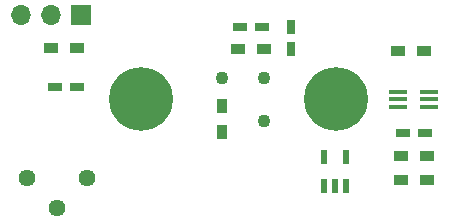
<source format=gbr>
G04 #@! TF.GenerationSoftware,KiCad,Pcbnew,(2017-06-12 revision 19d5cc754)-master*
G04 #@! TF.CreationDate,2018-06-07T02:47:23+02:00*
G04 #@! TF.ProjectId,nestbox,6E657374626F782E6B696361645F7063,rev?*
G04 #@! TF.FileFunction,Soldermask,Top*
G04 #@! TF.FilePolarity,Negative*
%FSLAX46Y46*%
G04 Gerber Fmt 4.6, Leading zero omitted, Abs format (unit mm)*
G04 Created by KiCad (PCBNEW (2017-06-12 revision 19d5cc754)-master) date 2018 June 07, Thursday 02:47:23*
%MOMM*%
%LPD*%
G01*
G04 APERTURE LIST*
%ADD10C,0.100000*%
%ADD11C,5.400000*%
%ADD12R,1.500000X0.400000*%
%ADD13R,1.200000X0.750000*%
%ADD14R,0.750000X1.200000*%
%ADD15C,1.100000*%
%ADD16R,0.900000X1.200000*%
%ADD17R,1.200000X0.900000*%
%ADD18R,0.590000X1.210000*%
%ADD19R,1.700000X1.700000*%
%ADD20O,1.700000X1.700000*%
%ADD21C,1.440000*%
G04 APERTURE END LIST*
D10*
D11*
X166500000Y-100000000D03*
D12*
X171771000Y-99350000D03*
X171771000Y-100000000D03*
X171771000Y-100650000D03*
X174431000Y-100650000D03*
X174431000Y-100000000D03*
X174431000Y-99350000D03*
D13*
X160271500Y-93853000D03*
X158371500Y-93853000D03*
D14*
X162687000Y-93855500D03*
X162687000Y-95755500D03*
D13*
X174051000Y-102870000D03*
X172151000Y-102870000D03*
X144587000Y-98996500D03*
X142687000Y-98996500D03*
D15*
X156826950Y-98203950D03*
X160419050Y-98203950D03*
X160419050Y-101796050D03*
D16*
X156845000Y-102763500D03*
X156845000Y-100563500D03*
D17*
X160421500Y-95758000D03*
X158221500Y-95758000D03*
X171810500Y-95885000D03*
X174010500Y-95885000D03*
X172001000Y-106810000D03*
X174201000Y-106810000D03*
X174201000Y-104840000D03*
X172001000Y-104840000D03*
X144610000Y-95631000D03*
X142410000Y-95631000D03*
D18*
X165483500Y-107363500D03*
X166433500Y-107363500D03*
X167383500Y-107363500D03*
X167383500Y-104853500D03*
X165483500Y-104853500D03*
D11*
X150000000Y-100000000D03*
D19*
X144907000Y-92837000D03*
D20*
X142367000Y-92837000D03*
X139827000Y-92837000D03*
D21*
X142875000Y-109220000D03*
X145415000Y-106680000D03*
X140335000Y-106680000D03*
M02*

</source>
